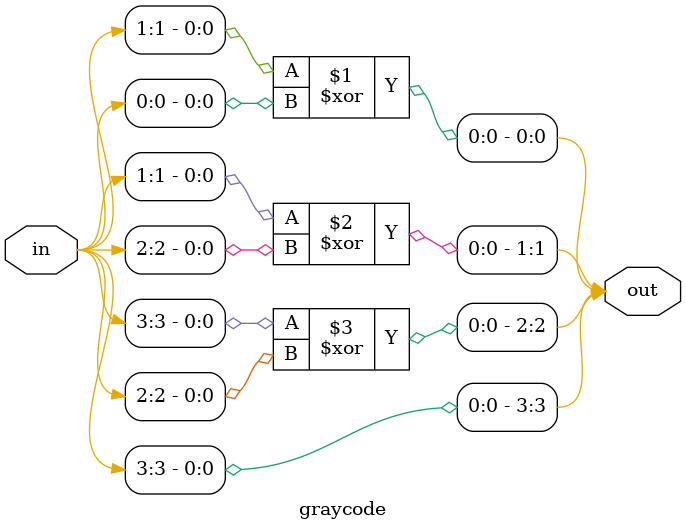
<source format=v>
module graycode(in,out);
input [3:0]in;
output [3:0] out;
assign out[0]=in[1]^in[0];
assign out[1]=in[1]^in[2];
assign out[2]=in[3]^in[2];
assign out[3]=in[3];
endmodule

</source>
